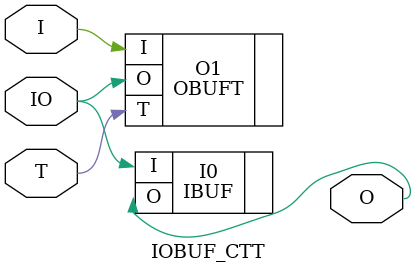
<source format=v>


`timescale  1 ps / 1 ps


module IOBUF_CTT (O, IO, I, T);

    output O;

    inout  IO;

    input  I, T;

        OBUFT #(.IOSTANDARD("CTT") ) O1 (.O(IO), .I(I), .T(T)); 
	IBUF #(.IOSTANDARD("CTT"))  I0 (.O(O), .I(IO));
        

endmodule



</source>
